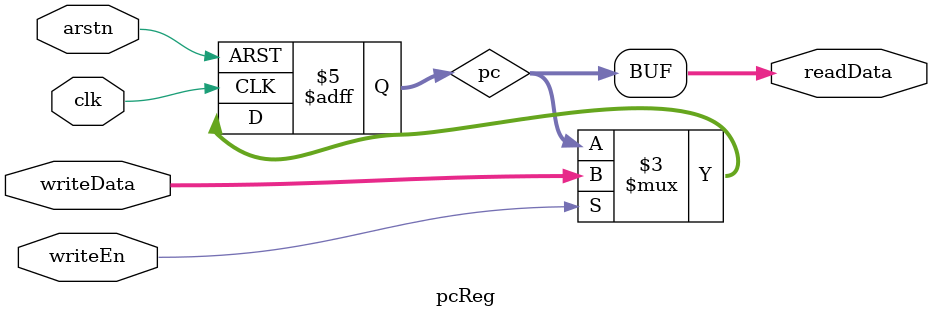
<source format=sv>
/********************************************************
 * The program counter of the 32-bit RISC-V processor
 * written by Lennart M. Reimann.
 *
 *
 * Apache License, Version 2.0
 * Copyright (c) 2024 Lennart M. Reimann
********************************************************/


module pcReg (
    input clk,
    input arstn,
    input writeEn,
    input [31:0] writeData,
    output [31:0] readData
);

  logic [31:0] pc;

  always_ff @(posedge clk or negedge arstn) begin
    if (!arstn) begin
      pc <= 0;
    end else if (writeEn) begin
      pc <= writeData;
    end
  end

  assign readData = pc;


endmodule

</source>
